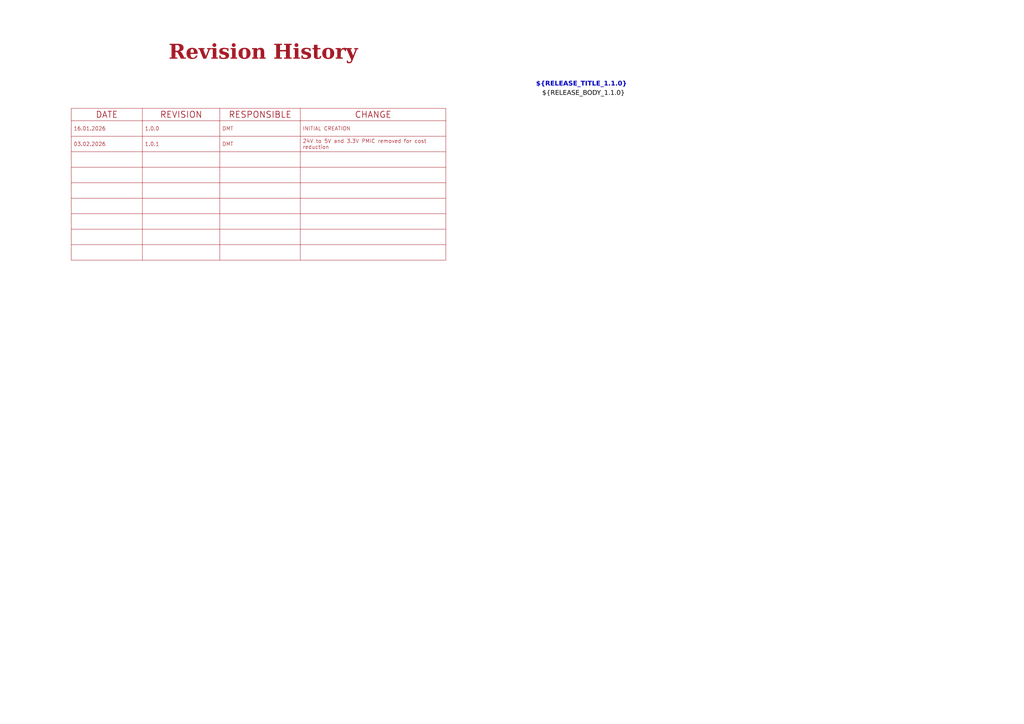
<source format=kicad_sch>
(kicad_sch
	(version 20250114)
	(generator "eeschema")
	(generator_version "9.0")
	(uuid "ea8c4f5e-7a49-4faf-a994-dbc85ed86b0a")
	(paper "A3")
	(title_block
		(title "Revision History")
		(date "2026-02-05")
		(rev "1.0.0")
		(company "DvidMakesThings")
	)
	(lib_symbols)
	(text_box "${RELEASE_BODY_1.1.0}"
		(exclude_from_sim no)
		(at 220.98 35.56 0)
		(size 58.42 111.76)
		(margins 1.4287 1.4287 1.4287 1.4287)
		(stroke
			(width -0.0001)
			(type default)
		)
		(fill
			(type none)
		)
		(effects
			(font
				(face "Arial")
				(size 1.905 1.905)
				(color 0 0 0 1)
			)
			(justify left top)
		)
		(uuid "0c062e2b-2be1-4307-b752-045c211787f4")
	)
	(text_box "Revision History"
		(exclude_from_sim no)
		(at 39.37 15.24 0)
		(size 137.16 12.7)
		(margins 4.4999 4.4999 4.4999 4.4999)
		(stroke
			(width -0.0001)
			(type solid)
		)
		(fill
			(type none)
		)
		(effects
			(font
				(face "Times New Roman")
				(size 6 6)
				(thickness 1.2)
				(bold yes)
				(color 162 22 34 1)
			)
		)
		(uuid "20a0a094-ac98-46df-bdac-21d5721f7697")
	)
	(text_box "${RELEASE_TITLE_1.1.0}"
		(exclude_from_sim no)
		(at 218.44 31.75 0)
		(size 57.15 7.62)
		(margins 1.4287 1.4287 1.4287 1.4287)
		(stroke
			(width -0.0001)
			(type default)
		)
		(fill
			(type none)
		)
		(effects
			(font
				(face "Arial")
				(size 1.905 1.905)
				(thickness 0.254)
				(bold yes)
			)
			(justify left top)
		)
		(uuid "f47af890-f55a-44bf-b54f-b7df3adde008")
	)
	(table
		(column_count 4)
		(border
			(external yes)
			(header yes)
			(stroke
				(width 0)
				(type solid)
				(color 162 22 34 1)
			)
		)
		(separators
			(rows yes)
			(cols yes)
			(stroke
				(width 0)
				(type solid)
				(color 162 22 34 1)
			)
		)
		(column_widths 29.21 31.75 33.02 59.69)
		(row_heights 5.08 6.35 6.35 6.35 6.35 6.35 6.35 6.35 6.35 6.35)
		(cells
			(table_cell "DATE"
				(exclude_from_sim no)
				(at 29.21 44.45 0)
				(size 29.21 5.08)
				(margins 0.9525 0.9525 0.9525 0.9525)
				(span 1 1)
				(fill
					(type none)
				)
				(effects
					(font
						(size 2.54 2.54)
						(thickness 0.254)
						(bold yes)
						(color 162 22 34 1)
					)
				)
				(uuid "16d3312a-dd6f-4b7b-9fa6-38979e59d98e")
			)
			(table_cell "REVISION"
				(exclude_from_sim no)
				(at 58.42 44.45 0)
				(size 31.75 5.08)
				(margins 0.9525 0.9525 0.9525 0.9525)
				(span 1 1)
				(fill
					(type none)
				)
				(effects
					(font
						(size 2.54 2.54)
						(thickness 0.254)
						(bold yes)
						(color 162 22 34 1)
					)
				)
				(uuid "6cc6e718-7cfc-4fff-a1bf-3657f4bf5fd3")
			)
			(table_cell "RESPONSIBLE"
				(exclude_from_sim no)
				(at 90.17 44.45 0)
				(size 33.02 5.08)
				(margins 0.9525 0.9525 0.9525 0.9525)
				(span 1 1)
				(fill
					(type none)
				)
				(effects
					(font
						(size 2.54 2.54)
						(thickness 0.254)
						(bold yes)
						(color 162 22 34 1)
					)
				)
				(uuid "693f57fd-a39f-4138-abba-78c321743fcc")
			)
			(table_cell "CHANGE"
				(exclude_from_sim no)
				(at 123.19 44.45 0)
				(size 59.69 5.08)
				(margins 0.9525 0.9525 0.9525 0.9525)
				(span 1 1)
				(fill
					(type none)
				)
				(effects
					(font
						(size 2.54 2.54)
						(thickness 0.254)
						(bold yes)
						(color 162 22 34 1)
					)
				)
				(uuid "2c374fd7-404f-4487-a550-6559a77409ac")
			)
			(table_cell "16.01.2026"
				(exclude_from_sim no)
				(at 29.21 49.53 0)
				(size 29.21 6.35)
				(margins 0.9525 0.9525 0.9525 0.9525)
				(span 1 1)
				(fill
					(type none)
				)
				(effects
					(font
						(size 1.524 1.524)
						(color 162 22 34 1)
					)
					(justify left)
				)
				(uuid "dfc021c2-fd96-4e49-8a52-8d8665dc49f2")
			)
			(table_cell "1.0.0"
				(exclude_from_sim no)
				(at 58.42 49.53 0)
				(size 31.75 6.35)
				(margins 0.9525 0.9525 0.9525 0.9525)
				(span 1 1)
				(fill
					(type none)
				)
				(effects
					(font
						(size 1.524 1.524)
						(color 162 22 34 1)
					)
					(justify left)
				)
				(uuid "a86f2bb3-da39-4ed5-b3e7-5200eac4e4fd")
			)
			(table_cell "DMT"
				(exclude_from_sim no)
				(at 90.17 49.53 0)
				(size 33.02 6.35)
				(margins 0.9525 0.9525 0.9525 0.9525)
				(span 1 1)
				(fill
					(type none)
				)
				(effects
					(font
						(size 1.524 1.524)
						(color 162 22 34 1)
					)
					(justify left)
				)
				(uuid "8a47b5a1-1d7d-415a-a3d8-8e00f425fd9a")
			)
			(table_cell "INITIAL CREATION"
				(exclude_from_sim no)
				(at 123.19 49.53 0)
				(size 59.69 6.35)
				(margins 0.9525 0.9525 0.9525 0.9525)
				(span 1 1)
				(fill
					(type none)
				)
				(effects
					(font
						(size 1.524 1.524)
						(color 162 22 34 1)
					)
					(justify left)
				)
				(uuid "fa542104-d51f-4d7a-88f9-cec2d6fb4108")
			)
			(table_cell "03.02.2026"
				(exclude_from_sim no)
				(at 29.21 55.88 0)
				(size 29.21 6.35)
				(margins 0.9525 0.9525 0.9525 0.9525)
				(span 1 1)
				(fill
					(type none)
				)
				(effects
					(font
						(size 1.524 1.524)
						(color 162 22 34 1)
					)
					(justify left)
				)
				(uuid "e42ffa47-4e45-4c87-98ea-1e4560e65b0c")
			)
			(table_cell "1.0.1"
				(exclude_from_sim no)
				(at 58.42 55.88 0)
				(size 31.75 6.35)
				(margins 0.9525 0.9525 0.9525 0.9525)
				(span 1 1)
				(fill
					(type none)
				)
				(effects
					(font
						(size 1.524 1.524)
						(color 162 22 34 1)
					)
					(justify left)
				)
				(uuid "c5eb51ab-37c1-40b1-bbc4-968bdf5c2767")
			)
			(table_cell "DMT"
				(exclude_from_sim no)
				(at 90.17 55.88 0)
				(size 33.02 6.35)
				(margins 0.9525 0.9525 0.9525 0.9525)
				(span 1 1)
				(fill
					(type none)
				)
				(effects
					(font
						(size 1.524 1.524)
						(color 162 22 34 1)
					)
					(justify left)
				)
				(uuid "f6810b22-ac18-4310-9d50-005e705f77c4")
			)
			(table_cell "24V to 5V and 3.3V PMIC removed for cost reduction"
				(exclude_from_sim no)
				(at 123.19 55.88 0)
				(size 59.69 6.35)
				(margins 0.9525 0.9525 0.9525 0.9525)
				(span 1 1)
				(fill
					(type none)
				)
				(effects
					(font
						(size 1.524 1.524)
						(color 162 22 34 1)
					)
					(justify left)
				)
				(uuid "fea7abcc-e785-405b-a857-42485568bb27")
			)
			(table_cell ""
				(exclude_from_sim no)
				(at 29.21 62.23 0)
				(size 29.21 6.35)
				(margins 0.9525 0.9525 0.9525 0.9525)
				(span 1 1)
				(fill
					(type none)
				)
				(effects
					(font
						(size 1.524 1.524)
						(color 162 22 34 1)
					)
					(justify left)
				)
				(uuid "314ef04e-31da-433d-9fca-5cb78c826994")
			)
			(table_cell ""
				(exclude_from_sim no)
				(at 58.42 62.23 0)
				(size 31.75 6.35)
				(margins 0.9525 0.9525 0.9525 0.9525)
				(span 1 1)
				(fill
					(type none)
				)
				(effects
					(font
						(size 1.524 1.524)
						(color 162 22 34 1)
					)
					(justify left)
				)
				(uuid "05e10494-0e22-4e0d-82b5-cc1ac8351115")
			)
			(table_cell ""
				(exclude_from_sim no)
				(at 90.17 62.23 0)
				(size 33.02 6.35)
				(margins 0.9525 0.9525 0.9525 0.9525)
				(span 1 1)
				(fill
					(type none)
				)
				(effects
					(font
						(size 1.524 1.524)
						(color 162 22 34 1)
					)
					(justify left)
				)
				(uuid "6a73efd4-07c3-4feb-a275-7943358091d8")
			)
			(table_cell ""
				(exclude_from_sim no)
				(at 123.19 62.23 0)
				(size 59.69 6.35)
				(margins 0.9525 0.9525 0.9525 0.9525)
				(span 1 1)
				(fill
					(type none)
				)
				(effects
					(font
						(size 1.524 1.524)
						(color 162 22 34 1)
					)
					(justify left)
				)
				(uuid "34f58478-2403-400e-8379-f0f62275324b")
			)
			(table_cell ""
				(exclude_from_sim no)
				(at 29.21 68.58 0)
				(size 29.21 6.35)
				(margins 0.9525 0.9525 0.9525 0.9525)
				(span 1 1)
				(fill
					(type none)
				)
				(effects
					(font
						(size 1.524 1.524)
						(color 162 22 34 1)
					)
					(justify left)
				)
				(uuid "3e6931cd-d340-44cd-9fb4-169143e21baf")
			)
			(table_cell ""
				(exclude_from_sim no)
				(at 58.42 68.58 0)
				(size 31.75 6.35)
				(margins 0.9525 0.9525 0.9525 0.9525)
				(span 1 1)
				(fill
					(type none)
				)
				(effects
					(font
						(size 1.524 1.524)
						(color 162 22 34 1)
					)
					(justify left)
				)
				(uuid "6751def7-b039-450d-8bd0-3551086c1e93")
			)
			(table_cell ""
				(exclude_from_sim no)
				(at 90.17 68.58 0)
				(size 33.02 6.35)
				(margins 0.9525 0.9525 0.9525 0.9525)
				(span 1 1)
				(fill
					(type none)
				)
				(effects
					(font
						(size 1.524 1.524)
						(color 162 22 34 1)
					)
					(justify left)
				)
				(uuid "8b197c3a-9872-4348-bd75-8991d9699322")
			)
			(table_cell ""
				(exclude_from_sim no)
				(at 123.19 68.58 0)
				(size 59.69 6.35)
				(margins 0.9525 0.9525 0.9525 0.9525)
				(span 1 1)
				(fill
					(type none)
				)
				(effects
					(font
						(size 1.524 1.524)
						(color 162 22 34 1)
					)
					(justify left)
				)
				(uuid "35725703-dfd6-4e6d-900a-be7133b7b1ab")
			)
			(table_cell ""
				(exclude_from_sim no)
				(at 29.21 74.93 0)
				(size 29.21 6.35)
				(margins 0.9525 0.9525 0.9525 0.9525)
				(span 1 1)
				(fill
					(type none)
				)
				(effects
					(font
						(size 1.524 1.524)
						(color 162 22 34 1)
					)
					(justify left)
				)
				(uuid "27b3661c-8efd-4985-bb11-a7b8468cac88")
			)
			(table_cell ""
				(exclude_from_sim no)
				(at 58.42 74.93 0)
				(size 31.75 6.35)
				(margins 0.9525 0.9525 0.9525 0.9525)
				(span 1 1)
				(fill
					(type none)
				)
				(effects
					(font
						(size 1.524 1.524)
						(color 162 22 34 1)
					)
					(justify left)
				)
				(uuid "d15acc23-7267-48b7-917e-4c6b7c7a1699")
			)
			(table_cell ""
				(exclude_from_sim no)
				(at 90.17 74.93 0)
				(size 33.02 6.35)
				(margins 0.9525 0.9525 0.9525 0.9525)
				(span 1 1)
				(fill
					(type none)
				)
				(effects
					(font
						(size 1.524 1.524)
						(color 162 22 34 1)
					)
					(justify left)
				)
				(uuid "f114fbf9-610d-4e6a-b9d6-a113a0b17089")
			)
			(table_cell ""
				(exclude_from_sim no)
				(at 123.19 74.93 0)
				(size 59.69 6.35)
				(margins 0.9525 0.9525 0.9525 0.9525)
				(span 1 1)
				(fill
					(type none)
				)
				(effects
					(font
						(size 1.524 1.524)
						(color 162 22 34 1)
					)
					(justify left)
				)
				(uuid "fd960594-db21-4860-a159-307eff1e2394")
			)
			(table_cell ""
				(exclude_from_sim no)
				(at 29.21 81.28 0)
				(size 29.21 6.35)
				(margins 0.9525 0.9525 0.9525 0.9525)
				(span 1 1)
				(fill
					(type none)
				)
				(effects
					(font
						(size 1.524 1.524)
						(color 162 22 34 1)
					)
					(justify left)
				)
				(uuid "5f3fada5-ee71-4b9b-ac20-d48126302948")
			)
			(table_cell ""
				(exclude_from_sim no)
				(at 58.42 81.28 0)
				(size 31.75 6.35)
				(margins 0.9525 0.9525 0.9525 0.9525)
				(span 1 1)
				(fill
					(type none)
				)
				(effects
					(font
						(size 1.524 1.524)
						(color 162 22 34 1)
					)
					(justify left)
				)
				(uuid "a75d524f-ec0d-41ad-bcdd-4d92f8b54699")
			)
			(table_cell ""
				(exclude_from_sim no)
				(at 90.17 81.28 0)
				(size 33.02 6.35)
				(margins 0.9525 0.9525 0.9525 0.9525)
				(span 1 1)
				(fill
					(type none)
				)
				(effects
					(font
						(size 1.524 1.524)
						(color 162 22 34 1)
					)
					(justify left)
				)
				(uuid "2c18f980-867d-4d64-9a38-ae19d01ebaac")
			)
			(table_cell ""
				(exclude_from_sim no)
				(at 123.19 81.28 0)
				(size 59.69 6.35)
				(margins 0.9525 0.9525 0.9525 0.9525)
				(span 1 1)
				(fill
					(type none)
				)
				(effects
					(font
						(size 1.524 1.524)
						(color 162 22 34 1)
					)
					(justify left)
				)
				(uuid "2fee5611-1ec1-4225-ba7b-97813ac0ed7d")
			)
			(table_cell ""
				(exclude_from_sim no)
				(at 29.21 87.63 0)
				(size 29.21 6.35)
				(margins 0.9525 0.9525 0.9525 0.9525)
				(span 1 1)
				(fill
					(type none)
				)
				(effects
					(font
						(size 1.524 1.524)
						(color 162 22 34 1)
					)
					(justify left)
				)
				(uuid "61d7d810-d983-47a5-816e-de34721cc934")
			)
			(table_cell ""
				(exclude_from_sim no)
				(at 58.42 87.63 0)
				(size 31.75 6.35)
				(margins 0.9525 0.9525 0.9525 0.9525)
				(span 1 1)
				(fill
					(type none)
				)
				(effects
					(font
						(size 1.524 1.524)
						(color 162 22 34 1)
					)
					(justify left)
				)
				(uuid "50077eb1-bdf8-437a-b587-93246555991f")
			)
			(table_cell ""
				(exclude_from_sim no)
				(at 90.17 87.63 0)
				(size 33.02 6.35)
				(margins 0.9525 0.9525 0.9525 0.9525)
				(span 1 1)
				(fill
					(type none)
				)
				(effects
					(font
						(size 1.524 1.524)
						(color 162 22 34 1)
					)
					(justify left)
				)
				(uuid "1c8b2960-f010-4f0a-92fb-76b19de8dca0")
			)
			(table_cell ""
				(exclude_from_sim no)
				(at 123.19 87.63 0)
				(size 59.69 6.35)
				(margins 0.9525 0.9525 0.9525 0.9525)
				(span 1 1)
				(fill
					(type none)
				)
				(effects
					(font
						(size 1.524 1.524)
						(color 162 22 34 1)
					)
					(justify left)
				)
				(uuid "199316ce-fb9a-486e-ac8b-939e0961b3dc")
			)
			(table_cell ""
				(exclude_from_sim no)
				(at 29.21 93.98 0)
				(size 29.21 6.35)
				(margins 0.9525 0.9525 0.9525 0.9525)
				(span 1 1)
				(fill
					(type none)
				)
				(effects
					(font
						(size 1.524 1.524)
						(color 162 22 34 1)
					)
					(justify left)
				)
				(uuid "4c32011a-c945-431a-88d0-09aef55cbd21")
			)
			(table_cell ""
				(exclude_from_sim no)
				(at 58.42 93.98 0)
				(size 31.75 6.35)
				(margins 0.9525 0.9525 0.9525 0.9525)
				(span 1 1)
				(fill
					(type none)
				)
				(effects
					(font
						(size 1.524 1.524)
						(color 162 22 34 1)
					)
					(justify left)
				)
				(uuid "06504ee7-00b7-49be-ae90-a5ecfb2daaec")
			)
			(table_cell ""
				(exclude_from_sim no)
				(at 90.17 93.98 0)
				(size 33.02 6.35)
				(margins 0.9525 0.9525 0.9525 0.9525)
				(span 1 1)
				(fill
					(type none)
				)
				(effects
					(font
						(size 1.524 1.524)
						(color 162 22 34 1)
					)
					(justify left)
				)
				(uuid "2fb318fa-a7fa-4e5d-ae06-4e04c534fb2c")
			)
			(table_cell ""
				(exclude_from_sim no)
				(at 123.19 93.98 0)
				(size 59.69 6.35)
				(margins 0.9525 0.9525 0.9525 0.9525)
				(span 1 1)
				(fill
					(type none)
				)
				(effects
					(font
						(size 1.524 1.524)
						(color 162 22 34 1)
					)
					(justify left)
				)
				(uuid "e0f6a796-d4cf-4874-bf47-53cf30fb9291")
			)
			(table_cell ""
				(exclude_from_sim no)
				(at 29.21 100.33 0)
				(size 29.21 6.35)
				(margins 0.9525 0.9525 0.9525 0.9525)
				(span 1 1)
				(fill
					(type none)
				)
				(effects
					(font
						(size 1.524 1.524)
						(color 162 22 34 1)
					)
					(justify left)
				)
				(uuid "728ed11b-c87e-4a4e-a7d8-9dbe073d4468")
			)
			(table_cell ""
				(exclude_from_sim no)
				(at 58.42 100.33 0)
				(size 31.75 6.35)
				(margins 0.9525 0.9525 0.9525 0.9525)
				(span 1 1)
				(fill
					(type none)
				)
				(effects
					(font
						(size 1.524 1.524)
						(color 162 22 34 1)
					)
					(justify left)
				)
				(uuid "ca071c46-dcc2-4584-b2ee-4cc3e7086bb4")
			)
			(table_cell ""
				(exclude_from_sim no)
				(at 90.17 100.33 0)
				(size 33.02 6.35)
				(margins 0.9525 0.9525 0.9525 0.9525)
				(span 1 1)
				(fill
					(type none)
				)
				(effects
					(font
						(size 1.524 1.524)
						(color 162 22 34 1)
					)
					(justify left)
				)
				(uuid "6de247db-3a24-4dee-a3df-d11d072a8736")
			)
			(table_cell ""
				(exclude_from_sim no)
				(at 123.19 100.33 0)
				(size 59.69 6.35)
				(margins 0.9525 0.9525 0.9525 0.9525)
				(span 1 1)
				(fill
					(type none)
				)
				(effects
					(font
						(size 1.524 1.524)
						(color 162 22 34 1)
					)
					(justify left)
				)
				(uuid "f90e4358-3658-4d7f-85d4-01679df79d33")
			)
		)
	)
)

</source>
